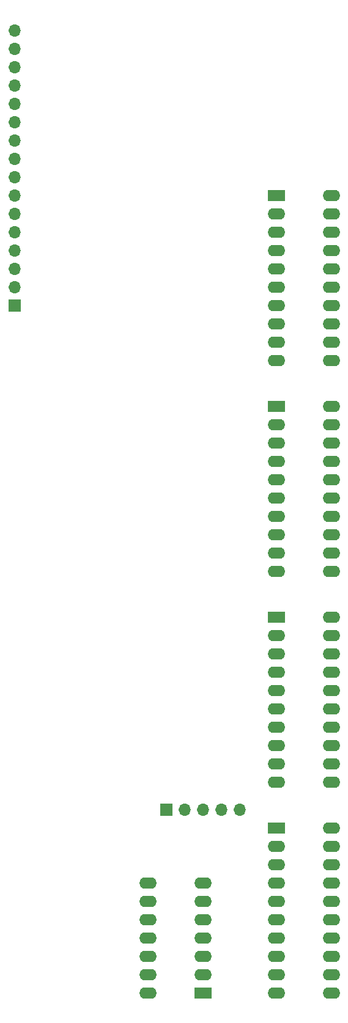
<source format=gbr>
%TF.GenerationSoftware,KiCad,Pcbnew,6.0.8-1.fc36*%
%TF.CreationDate,2022-10-27T22:21:34-04:00*%
%TF.ProjectId,16bit_computer,31366269-745f-4636-9f6d-70757465722e,rev?*%
%TF.SameCoordinates,Original*%
%TF.FileFunction,Soldermask,Bot*%
%TF.FilePolarity,Negative*%
%FSLAX46Y46*%
G04 Gerber Fmt 4.6, Leading zero omitted, Abs format (unit mm)*
G04 Created by KiCad (PCBNEW 6.0.8-1.fc36) date 2022-10-27 22:21:34*
%MOMM*%
%LPD*%
G01*
G04 APERTURE LIST*
%ADD10R,2.400000X1.600000*%
%ADD11O,2.400000X1.600000*%
%ADD12R,1.700000X1.700000*%
%ADD13O,1.700000X1.700000*%
G04 APERTURE END LIST*
D10*
%TO.C,U4*%
X62230000Y-158750000D03*
D11*
X62230000Y-161290000D03*
X62230000Y-163830000D03*
X62230000Y-166370000D03*
X62230000Y-168910000D03*
X62230000Y-171450000D03*
X62230000Y-173990000D03*
X62230000Y-176530000D03*
X62230000Y-179070000D03*
X62230000Y-181610000D03*
X69850000Y-181610000D03*
X69850000Y-179070000D03*
X69850000Y-176530000D03*
X69850000Y-173990000D03*
X69850000Y-171450000D03*
X69850000Y-168910000D03*
X69850000Y-166370000D03*
X69850000Y-163830000D03*
X69850000Y-161290000D03*
X69850000Y-158750000D03*
%TD*%
D10*
%TO.C,U2*%
X62230000Y-71120000D03*
D11*
X62230000Y-73660000D03*
X62230000Y-76200000D03*
X62230000Y-78740000D03*
X62230000Y-81280000D03*
X62230000Y-83820000D03*
X62230000Y-86360000D03*
X62230000Y-88900000D03*
X62230000Y-91440000D03*
X62230000Y-93980000D03*
X69850000Y-93980000D03*
X69850000Y-91440000D03*
X69850000Y-88900000D03*
X69850000Y-86360000D03*
X69850000Y-83820000D03*
X69850000Y-81280000D03*
X69850000Y-78740000D03*
X69850000Y-76200000D03*
X69850000Y-73660000D03*
X69850000Y-71120000D03*
%TD*%
D10*
%TO.C,J3*%
X52085000Y-181610000D03*
D11*
X52085000Y-179070000D03*
X52085000Y-176530000D03*
X52085000Y-173990000D03*
X52085000Y-171450000D03*
X52085000Y-168910000D03*
X52085000Y-166370000D03*
X44465000Y-166370000D03*
X44465000Y-168910000D03*
X44465000Y-171450000D03*
X44465000Y-173990000D03*
X44465000Y-176530000D03*
X44465000Y-179070000D03*
X44465000Y-181610000D03*
%TD*%
D12*
%TO.C,J2*%
X25965000Y-86360000D03*
D13*
X25965000Y-83820000D03*
X25965000Y-81280000D03*
X25965000Y-78740000D03*
X25965000Y-76200000D03*
X25965000Y-73660000D03*
X25965000Y-71120000D03*
X25965000Y-68580000D03*
X25965000Y-66040000D03*
X25965000Y-63500000D03*
X25965000Y-60960000D03*
X25965000Y-58420000D03*
X25965000Y-55880000D03*
X25965000Y-53340000D03*
X25965000Y-50800000D03*
X25965000Y-48260000D03*
%TD*%
D10*
%TO.C,U5*%
X62230000Y-129540000D03*
D11*
X62230000Y-132080000D03*
X62230000Y-134620000D03*
X62230000Y-137160000D03*
X62230000Y-139700000D03*
X62230000Y-142240000D03*
X62230000Y-144780000D03*
X62230000Y-147320000D03*
X62230000Y-149860000D03*
X62230000Y-152400000D03*
X69850000Y-152400000D03*
X69850000Y-149860000D03*
X69850000Y-147320000D03*
X69850000Y-144780000D03*
X69850000Y-142240000D03*
X69850000Y-139700000D03*
X69850000Y-137160000D03*
X69850000Y-134620000D03*
X69850000Y-132080000D03*
X69850000Y-129540000D03*
%TD*%
D12*
%TO.C,J1*%
X46995000Y-156210000D03*
D13*
X49535000Y-156210000D03*
X52075000Y-156210000D03*
X54615000Y-156210000D03*
X57155000Y-156210000D03*
%TD*%
D10*
%TO.C,U3*%
X62230000Y-100330000D03*
D11*
X62230000Y-102870000D03*
X62230000Y-105410000D03*
X62230000Y-107950000D03*
X62230000Y-110490000D03*
X62230000Y-113030000D03*
X62230000Y-115570000D03*
X62230000Y-118110000D03*
X62230000Y-120650000D03*
X62230000Y-123190000D03*
X69850000Y-123190000D03*
X69850000Y-120650000D03*
X69850000Y-118110000D03*
X69850000Y-115570000D03*
X69850000Y-113030000D03*
X69850000Y-110490000D03*
X69850000Y-107950000D03*
X69850000Y-105410000D03*
X69850000Y-102870000D03*
X69850000Y-100330000D03*
%TD*%
M02*

</source>
